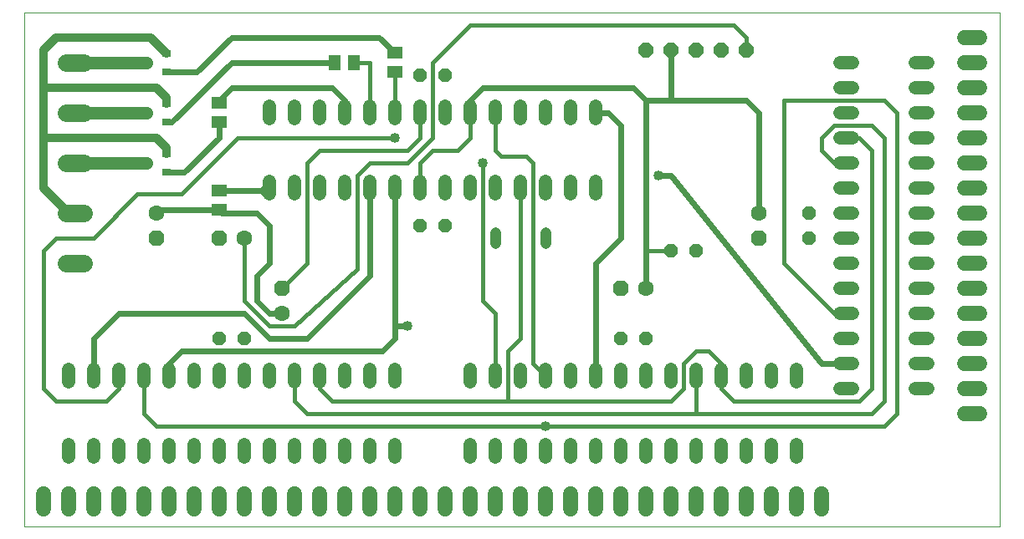
<source format=gtl>
G75*
%MOIN*%
%OFA0B0*%
%FSLAX24Y24*%
%IPPOS*%
%LPD*%
%AMOC8*
5,1,8,0,0,1.08239X$1,22.5*
%
%ADD10C,0.0000*%
%ADD11C,0.0520*%
%ADD12OC8,0.0630*%
%ADD13C,0.0630*%
%ADD14OC8,0.0520*%
%ADD15C,0.0600*%
%ADD16C,0.0705*%
%ADD17R,0.0630X0.0512*%
%ADD18C,0.0440*%
%ADD19R,0.0512X0.0630*%
%ADD20R,0.0350X0.0310*%
%ADD21OC8,0.0600*%
%ADD22C,0.0320*%
%ADD23C,0.0240*%
%ADD24C,0.0100*%
%ADD25C,0.0160*%
%ADD26C,0.0400*%
%ADD27C,0.0500*%
D10*
X000100Y000100D02*
X000100Y020596D01*
X038970Y020596D01*
X038970Y000100D01*
X000100Y000100D01*
D11*
X001850Y002840D02*
X001850Y003360D01*
X002850Y003360D02*
X002850Y002840D01*
X003850Y002840D02*
X003850Y003360D01*
X004850Y003360D02*
X004850Y002840D01*
X005850Y002840D02*
X005850Y003360D01*
X006850Y003360D02*
X006850Y002840D01*
X007850Y002840D02*
X007850Y003360D01*
X008850Y003360D02*
X008850Y002840D01*
X009850Y002840D02*
X009850Y003360D01*
X010850Y003360D02*
X010850Y002840D01*
X011850Y002840D02*
X011850Y003360D01*
X012850Y003360D02*
X012850Y002840D01*
X013850Y002840D02*
X013850Y003360D01*
X014850Y003360D02*
X014850Y002840D01*
X017850Y002840D02*
X017850Y003360D01*
X018850Y003360D02*
X018850Y002840D01*
X019850Y002840D02*
X019850Y003360D01*
X020850Y003360D02*
X020850Y002840D01*
X021850Y002840D02*
X021850Y003360D01*
X022850Y003360D02*
X022850Y002840D01*
X023850Y002840D02*
X023850Y003360D01*
X024850Y003360D02*
X024850Y002840D01*
X025850Y002840D02*
X025850Y003360D01*
X026850Y003360D02*
X026850Y002840D01*
X027850Y002840D02*
X027850Y003360D01*
X028850Y003360D02*
X028850Y002840D01*
X029850Y002840D02*
X029850Y003360D01*
X030850Y003360D02*
X030850Y002840D01*
X032590Y005600D02*
X033110Y005600D01*
X033110Y006600D02*
X032590Y006600D01*
X032590Y007600D02*
X033110Y007600D01*
X033110Y008600D02*
X032590Y008600D01*
X032590Y009600D02*
X033110Y009600D01*
X033110Y010600D02*
X032590Y010600D01*
X032590Y011600D02*
X033110Y011600D01*
X033110Y012600D02*
X032590Y012600D01*
X032590Y013600D02*
X033110Y013600D01*
X033110Y014600D02*
X032590Y014600D01*
X032590Y015600D02*
X033110Y015600D01*
X033110Y016600D02*
X032590Y016600D01*
X032590Y017600D02*
X033110Y017600D01*
X033110Y018600D02*
X032590Y018600D01*
X035590Y018600D02*
X036110Y018600D01*
X036110Y017600D02*
X035590Y017600D01*
X035590Y016600D02*
X036110Y016600D01*
X036110Y015600D02*
X035590Y015600D01*
X035590Y014600D02*
X036110Y014600D01*
X036110Y013600D02*
X035590Y013600D01*
X035590Y012600D02*
X036110Y012600D01*
X036110Y011600D02*
X035590Y011600D01*
X035590Y010600D02*
X036110Y010600D01*
X036110Y009600D02*
X035590Y009600D01*
X035590Y008600D02*
X036110Y008600D01*
X036110Y007600D02*
X035590Y007600D01*
X035590Y006600D02*
X036110Y006600D01*
X036110Y005600D02*
X035590Y005600D01*
X030850Y005840D02*
X030850Y006360D01*
X029850Y006360D02*
X029850Y005840D01*
X028850Y005840D02*
X028850Y006360D01*
X027850Y006360D02*
X027850Y005840D01*
X026850Y005840D02*
X026850Y006360D01*
X025850Y006360D02*
X025850Y005840D01*
X024850Y005840D02*
X024850Y006360D01*
X023850Y006360D02*
X023850Y005840D01*
X022850Y005840D02*
X022850Y006360D01*
X021850Y006360D02*
X021850Y005840D01*
X020850Y005840D02*
X020850Y006360D01*
X019850Y006360D02*
X019850Y005840D01*
X018850Y005840D02*
X018850Y006360D01*
X017850Y006360D02*
X017850Y005840D01*
X014850Y005840D02*
X014850Y006360D01*
X013850Y006360D02*
X013850Y005840D01*
X012850Y005840D02*
X012850Y006360D01*
X011850Y006360D02*
X011850Y005840D01*
X010850Y005840D02*
X010850Y006360D01*
X009850Y006360D02*
X009850Y005840D01*
X008850Y005840D02*
X008850Y006360D01*
X007850Y006360D02*
X007850Y005840D01*
X006850Y005840D02*
X006850Y006360D01*
X005850Y006360D02*
X005850Y005840D01*
X004850Y005840D02*
X004850Y006360D01*
X003850Y006360D02*
X003850Y005840D01*
X002850Y005840D02*
X002850Y006360D01*
X001850Y006360D02*
X001850Y005840D01*
X009850Y013340D02*
X009850Y013860D01*
X010850Y013860D02*
X010850Y013340D01*
X011850Y013340D02*
X011850Y013860D01*
X012850Y013860D02*
X012850Y013340D01*
X013850Y013340D02*
X013850Y013860D01*
X014850Y013860D02*
X014850Y013340D01*
X015850Y013340D02*
X015850Y013860D01*
X016850Y013860D02*
X016850Y013340D01*
X017850Y013340D02*
X017850Y013860D01*
X018850Y013860D02*
X018850Y013340D01*
X019850Y013340D02*
X019850Y013860D01*
X020850Y013860D02*
X020850Y013340D01*
X021850Y013340D02*
X021850Y013860D01*
X022850Y013860D02*
X022850Y013340D01*
X022850Y016340D02*
X022850Y016860D01*
X021850Y016860D02*
X021850Y016340D01*
X020850Y016340D02*
X020850Y016860D01*
X019850Y016860D02*
X019850Y016340D01*
X018850Y016340D02*
X018850Y016860D01*
X017850Y016860D02*
X017850Y016340D01*
X016850Y016340D02*
X016850Y016860D01*
X015850Y016860D02*
X015850Y016340D01*
X014850Y016340D02*
X014850Y016860D01*
X013850Y016860D02*
X013850Y016340D01*
X012850Y016340D02*
X012850Y016860D01*
X011850Y016860D02*
X011850Y016340D01*
X010850Y016340D02*
X010850Y016860D01*
X009850Y016860D02*
X009850Y016340D01*
D12*
X007850Y011600D03*
X005350Y011600D03*
X010350Y009600D03*
X023850Y009600D03*
X029350Y011600D03*
D13*
X029350Y012600D03*
X024850Y009600D03*
X010350Y008600D03*
X008850Y011600D03*
X005350Y012600D03*
D14*
X007850Y007600D03*
X008850Y007600D03*
X015850Y012100D03*
X016850Y012100D03*
X023850Y007600D03*
X024850Y007600D03*
X025850Y011100D03*
X026850Y011100D03*
X031350Y011600D03*
X031350Y012600D03*
X016850Y018100D03*
X015850Y018100D03*
D15*
X037550Y017600D02*
X038150Y017600D01*
X038150Y018600D02*
X037550Y018600D01*
X037550Y019600D02*
X038150Y019600D01*
X038150Y016600D02*
X037550Y016600D01*
X037550Y015600D02*
X038150Y015600D01*
X038150Y014600D02*
X037550Y014600D01*
X037550Y013600D02*
X038150Y013600D01*
X038150Y012600D02*
X037550Y012600D01*
X037550Y011600D02*
X038150Y011600D01*
X038150Y010600D02*
X037550Y010600D01*
X037550Y009600D02*
X038150Y009600D01*
X038150Y008600D02*
X037550Y008600D01*
X037550Y007600D02*
X038150Y007600D01*
X038150Y006600D02*
X037550Y006600D01*
X037550Y005600D02*
X038150Y005600D01*
X038150Y004600D02*
X037550Y004600D01*
X031850Y001400D02*
X031850Y000800D01*
X030850Y000800D02*
X030850Y001400D01*
X029850Y001400D02*
X029850Y000800D01*
X028850Y000800D02*
X028850Y001400D01*
X027850Y001400D02*
X027850Y000800D01*
X026850Y000800D02*
X026850Y001400D01*
X025850Y001400D02*
X025850Y000800D01*
X024850Y000800D02*
X024850Y001400D01*
X023850Y001400D02*
X023850Y000800D01*
X022850Y000800D02*
X022850Y001400D01*
X021850Y001400D02*
X021850Y000800D01*
X020850Y000800D02*
X020850Y001400D01*
X019850Y001400D02*
X019850Y000800D01*
X018850Y000800D02*
X018850Y001400D01*
X017850Y001400D02*
X017850Y000800D01*
X016850Y000800D02*
X016850Y001400D01*
X015850Y001400D02*
X015850Y000800D01*
X014850Y000800D02*
X014850Y001400D01*
X013850Y001400D02*
X013850Y000800D01*
X012850Y000800D02*
X012850Y001400D01*
X011850Y001400D02*
X011850Y000800D01*
X010850Y000800D02*
X010850Y001400D01*
X009850Y001400D02*
X009850Y000800D01*
X008850Y000800D02*
X008850Y001400D01*
X007850Y001400D02*
X007850Y000800D01*
X006850Y000800D02*
X006850Y001400D01*
X005850Y001400D02*
X005850Y000800D01*
X004850Y000800D02*
X004850Y001400D01*
X003850Y001400D02*
X003850Y000800D01*
X002850Y000800D02*
X002850Y001400D01*
X001850Y001400D02*
X001850Y000800D01*
X000850Y000800D02*
X000850Y001400D01*
D16*
X001748Y010600D02*
X002453Y010600D01*
X002453Y012600D02*
X001748Y012600D01*
X001748Y014600D02*
X002453Y014600D01*
X002453Y016600D02*
X001748Y016600D01*
X001748Y018600D02*
X002453Y018600D01*
D17*
X007850Y016974D03*
X007850Y016226D03*
X007850Y013474D03*
X007850Y012726D03*
X014850Y018226D03*
X014850Y018974D03*
D18*
X018850Y011820D02*
X018850Y011380D01*
X020850Y011380D02*
X020850Y011820D01*
D19*
X013224Y018600D03*
X012476Y018600D03*
D20*
X005750Y018970D03*
X004950Y018590D03*
X005750Y018210D03*
X005750Y016970D03*
X004950Y016590D03*
X005750Y016210D03*
X005750Y014970D03*
X004950Y014590D03*
X005750Y014210D03*
D21*
X024850Y019100D03*
X025850Y019100D03*
X026850Y019100D03*
X027850Y019100D03*
X028850Y019100D03*
D22*
X005750Y018970D02*
X005120Y019600D01*
X001350Y019600D01*
X000850Y019100D01*
X000850Y017600D01*
X005350Y017600D01*
X005750Y017200D01*
X005750Y016970D01*
X005350Y015600D02*
X000850Y015600D01*
X000850Y017600D01*
X000850Y015600D02*
X000850Y013600D01*
X001850Y012600D01*
X002100Y012600D01*
X005750Y014970D02*
X005750Y015200D01*
X005350Y015600D01*
D23*
X005750Y016210D02*
X005960Y016210D01*
X008350Y018600D01*
X012476Y018600D01*
X012350Y017600D02*
X012850Y017100D01*
X012850Y016600D01*
X012350Y017600D02*
X008350Y017600D01*
X007850Y017100D01*
X007850Y016974D01*
X007850Y016226D02*
X007850Y015600D01*
X006460Y014210D01*
X005750Y014210D01*
X007850Y013474D02*
X009724Y013474D01*
X007976Y012600D02*
X007850Y012726D01*
X005476Y012726D01*
X005350Y012600D01*
X007976Y012600D02*
X009350Y012600D01*
X009850Y012100D01*
X009850Y010600D01*
X009350Y010100D01*
X009350Y009100D01*
X009850Y008600D01*
X010350Y008600D01*
X009850Y007600D02*
X008850Y008600D01*
X003850Y008600D01*
X002850Y007600D01*
X002850Y006100D01*
X005850Y006100D02*
X005850Y006600D01*
X006350Y007100D01*
X014350Y007100D01*
X014850Y007600D01*
X014850Y008100D01*
X015350Y008100D01*
X014850Y008100D02*
X014850Y013600D01*
X013850Y013600D02*
X013850Y010100D01*
X011350Y007600D01*
X009850Y007600D01*
X022850Y006100D02*
X022850Y010600D01*
X023850Y011600D01*
X023850Y016100D01*
X023350Y016600D01*
X022850Y016600D01*
X024350Y017600D02*
X024850Y017100D01*
X025850Y017100D01*
X025850Y019100D01*
X024350Y017600D02*
X018350Y017600D01*
X017850Y017100D01*
X017850Y016600D01*
X014850Y018974D02*
X014224Y019600D01*
X008350Y019600D01*
X006960Y018210D01*
X005750Y018210D01*
X024850Y017100D02*
X024850Y011100D01*
X024850Y009600D01*
X029350Y012600D02*
X029350Y016600D01*
X028850Y017100D01*
X025850Y017100D01*
X025850Y014100D02*
X025350Y014100D01*
X025850Y014100D02*
X031850Y006600D01*
X032850Y006600D01*
D24*
X007850Y012600D02*
X007850Y012726D01*
D25*
X006350Y013350D02*
X004600Y013350D01*
X002850Y011600D01*
X001350Y011600D01*
X000850Y011100D01*
X000850Y005600D01*
X001350Y005100D01*
X003350Y005100D01*
X003850Y005600D01*
X003850Y006100D01*
X004850Y006100D02*
X004850Y004600D01*
X005350Y004100D01*
X020850Y004100D01*
X034350Y004100D01*
X034850Y004600D01*
X034850Y016600D01*
X034350Y017100D01*
X030350Y017100D01*
X030350Y010600D01*
X032350Y008600D01*
X032850Y008600D01*
X027850Y006600D02*
X027850Y006100D01*
X027850Y005600D01*
X028350Y005100D01*
X033350Y005100D01*
X033850Y005600D01*
X033850Y015100D01*
X033350Y015600D01*
X032850Y015600D01*
X032350Y016100D02*
X031850Y015600D01*
X031850Y015100D01*
X032350Y014600D01*
X032850Y014600D01*
X034350Y015600D02*
X033850Y016100D01*
X032350Y016100D01*
X034350Y015600D02*
X034350Y005100D01*
X033850Y004600D01*
X026850Y004600D01*
X026850Y006100D01*
X026350Y005600D02*
X025850Y005100D01*
X019350Y005100D01*
X019350Y007100D01*
X019850Y007600D01*
X019850Y013600D01*
X020350Y014600D02*
X020350Y006600D01*
X020850Y006100D01*
X019350Y005100D02*
X012350Y005100D01*
X011850Y005600D01*
X011850Y006100D01*
X010850Y006100D02*
X010850Y005100D01*
X011350Y004600D01*
X026850Y004600D01*
X026350Y005600D02*
X026350Y006600D01*
X026850Y007100D01*
X027350Y007100D01*
X027850Y006600D01*
X025850Y011100D02*
X024850Y011100D01*
X018850Y008600D02*
X018350Y009100D01*
X018350Y014600D01*
X018850Y015100D02*
X019100Y014850D01*
X020100Y014850D01*
X020350Y014600D01*
X018850Y015100D02*
X018850Y016600D01*
X017850Y016600D02*
X017850Y015600D01*
X017350Y015100D01*
X016350Y015100D01*
X015850Y014600D01*
X015850Y013600D01*
X015350Y014600D02*
X013850Y014600D01*
X013350Y014100D01*
X013350Y010350D01*
X010850Y008100D01*
X009850Y008100D01*
X008850Y009100D01*
X008850Y011600D01*
X010350Y009600D02*
X011350Y010600D01*
X011350Y014600D01*
X011850Y015100D01*
X015350Y015100D01*
X015850Y015600D01*
X015850Y016600D01*
X014850Y016600D02*
X014850Y018226D01*
X013850Y018600D02*
X013850Y016600D01*
X014850Y015600D02*
X008600Y015600D01*
X006350Y013350D01*
X015350Y014600D02*
X016350Y015600D01*
X016350Y018600D01*
X017850Y020100D01*
X028350Y020100D01*
X028850Y019600D01*
X028850Y019100D01*
X013850Y018600D02*
X013224Y018600D01*
X018850Y008600D02*
X018850Y006100D01*
D26*
X020850Y004100D03*
X015350Y008100D03*
X025350Y014100D03*
X018350Y014600D03*
X014850Y015600D03*
D27*
X009850Y013600D02*
X009724Y013474D01*
X004950Y014590D02*
X002110Y014590D01*
X002100Y014600D01*
X002110Y016590D02*
X002100Y016600D01*
X002110Y016590D02*
X004950Y016590D01*
X004950Y018590D02*
X002110Y018590D01*
X002100Y018600D01*
M02*

</source>
